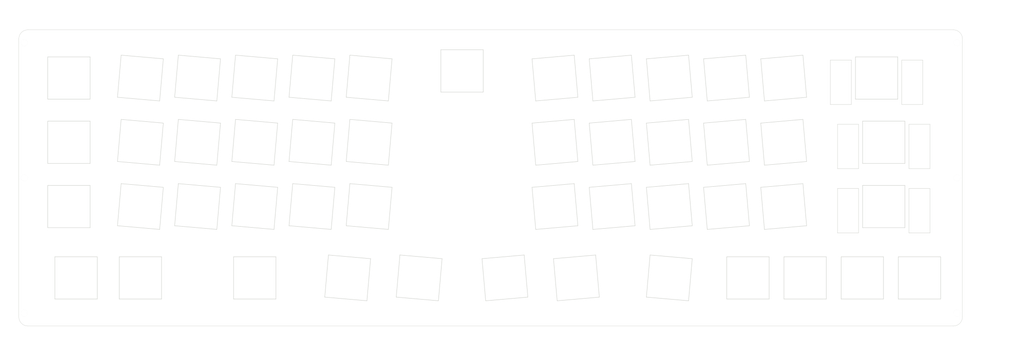
<source format=kicad_pcb>
(kicad_pcb (version 20171130) (host pcbnew "(5.1.12)-1")

  (general
    (thickness 1.6)
    (drawings 49)
    (tracks 0)
    (zones 0)
    (modules 65)
    (nets 1)
  )

  (page A3)
  (layers
    (0 F.Cu signal)
    (31 B.Cu signal)
    (32 B.Adhes user)
    (33 F.Adhes user)
    (34 B.Paste user)
    (35 F.Paste user)
    (36 B.SilkS user)
    (37 F.SilkS user)
    (38 B.Mask user)
    (39 F.Mask user)
    (40 Dwgs.User user)
    (41 Cmts.User user)
    (42 Eco1.User user)
    (43 Eco2.User user)
    (44 Edge.Cuts user)
    (45 Margin user)
    (46 B.CrtYd user)
    (47 F.CrtYd user)
    (48 B.Fab user)
    (49 F.Fab user)
  )

  (setup
    (last_trace_width 0.25)
    (user_trace_width 0.5)
    (user_trace_width 0.5)
    (trace_clearance 0.2)
    (zone_clearance 0.508)
    (zone_45_only no)
    (trace_min 0.2)
    (via_size 0.8)
    (via_drill 0.4)
    (via_min_size 0.4)
    (via_min_drill 0.3)
    (uvia_size 0.3)
    (uvia_drill 0.1)
    (uvias_allowed no)
    (uvia_min_size 0.2)
    (uvia_min_drill 0.1)
    (edge_width 0.1)
    (segment_width 0.2)
    (pcb_text_width 0.3)
    (pcb_text_size 1.5 1.5)
    (mod_edge_width 0.15)
    (mod_text_size 1 1)
    (mod_text_width 0.15)
    (pad_size 2.2 2.2)
    (pad_drill 2.2)
    (pad_to_mask_clearance 0)
    (aux_axis_origin 0 0)
    (visible_elements 7FFFFFFF)
    (pcbplotparams
      (layerselection 0x01000_7ffffffe)
      (usegerberextensions true)
      (usegerberattributes false)
      (usegerberadvancedattributes false)
      (creategerberjobfile false)
      (excludeedgelayer true)
      (linewidth 0.100000)
      (plotframeref false)
      (viasonmask false)
      (mode 1)
      (useauxorigin false)
      (hpglpennumber 1)
      (hpglpenspeed 20)
      (hpglpendiameter 15.000000)
      (psnegative false)
      (psa4output false)
      (plotreference true)
      (plotvalue true)
      (plotinvisibletext false)
      (padsonsilk false)
      (subtractmaskfromsilk false)
      (outputformat 4)
      (mirror false)
      (drillshape 0)
      (scaleselection 1)
      (outputdirectory "C:/Users/サリチル酸/Desktop/"))
  )

  (net 0 "")

  (net_class Default "これはデフォルトのネット クラスです。"
    (clearance 0.2)
    (trace_width 0.25)
    (via_dia 0.8)
    (via_drill 0.4)
    (uvia_dia 0.3)
    (uvia_drill 0.1)
  )

  (module kbd_SW_Hole:SW_Hole_1u (layer F.Cu) (tedit 60F58A59) (tstamp 61E37CD9)
    (at 257.175 100.0125)
    (path /5BF16F8B)
    (fp_text reference SW40 (at 7 8.1) (layer F.SilkS) hide
      (effects (font (size 1 1) (thickness 0.15)))
    )
    (fp_text value SW_PUSH (at -7.4 -8.1) (layer F.Fab) hide
      (effects (font (size 1 1) (thickness 0.15)))
    )
    (fp_line (start -7.05 -7.05) (end 7.05 -7.05) (layer Edge.Cuts) (width 0.15))
    (fp_line (start 7.05 -7.05) (end 7.05 7.05) (layer Edge.Cuts) (width 0.15))
    (fp_line (start 7.05 7.05) (end -7.05 7.05) (layer Edge.Cuts) (width 0.15))
    (fp_line (start -7.05 7.05) (end -7.05 -7.05) (layer Edge.Cuts) (width 0.15))
    (fp_line (start 9.525 -9.525) (end -9.525 -9.525) (layer F.Fab) (width 0.15))
    (fp_line (start -9.525 -9.525) (end -9.525 9.525) (layer F.Fab) (width 0.15))
    (fp_line (start -9.525 9.525) (end 9.525 9.525) (layer F.Fab) (width 0.15))
    (fp_line (start 9.525 9.525) (end 9.525 -9.525) (layer F.Fab) (width 0.15))
  )

  (module kbd_SW_Hole:SW_Hole_1u (layer F.Cu) (tedit 60F58A59) (tstamp 61E37CD9)
    (at 276.225 100.0125)
    (path /5BF16F8B)
    (fp_text reference SW44 (at 7 8.1) (layer F.SilkS) hide
      (effects (font (size 1 1) (thickness 0.15)))
    )
    (fp_text value SW_PUSH (at -7.4 -8.1) (layer F.Fab) hide
      (effects (font (size 1 1) (thickness 0.15)))
    )
    (fp_line (start -7.05 -7.05) (end 7.05 -7.05) (layer Edge.Cuts) (width 0.15))
    (fp_line (start 7.05 -7.05) (end 7.05 7.05) (layer Edge.Cuts) (width 0.15))
    (fp_line (start 7.05 7.05) (end -7.05 7.05) (layer Edge.Cuts) (width 0.15))
    (fp_line (start -7.05 7.05) (end -7.05 -7.05) (layer Edge.Cuts) (width 0.15))
    (fp_line (start 9.525 -9.525) (end -9.525 -9.525) (layer F.Fab) (width 0.15))
    (fp_line (start -9.525 -9.525) (end -9.525 9.525) (layer F.Fab) (width 0.15))
    (fp_line (start -9.525 9.525) (end 9.525 9.525) (layer F.Fab) (width 0.15))
    (fp_line (start 9.525 9.525) (end 9.525 -9.525) (layer F.Fab) (width 0.15))
  )

  (module kbd_SW_Hole:SW_Hole_1u (layer F.Cu) (tedit 60F58A59) (tstamp 61E2E092)
    (at 295.275 100.0125)
    (path /5BF16F8B)
    (fp_text reference SW48 (at 7 8.1) (layer F.SilkS) hide
      (effects (font (size 1 1) (thickness 0.15)))
    )
    (fp_text value SW_PUSH (at -7.4 -8.1) (layer F.Fab) hide
      (effects (font (size 1 1) (thickness 0.15)))
    )
    (fp_line (start -7.05 -7.05) (end 7.05 -7.05) (layer Edge.Cuts) (width 0.15))
    (fp_line (start 7.05 -7.05) (end 7.05 7.05) (layer Edge.Cuts) (width 0.15))
    (fp_line (start 7.05 7.05) (end -7.05 7.05) (layer Edge.Cuts) (width 0.15))
    (fp_line (start -7.05 7.05) (end -7.05 -7.05) (layer Edge.Cuts) (width 0.15))
    (fp_line (start 9.525 -9.525) (end -9.525 -9.525) (layer F.Fab) (width 0.15))
    (fp_line (start -9.525 -9.525) (end -9.525 9.525) (layer F.Fab) (width 0.15))
    (fp_line (start -9.525 9.525) (end 9.525 9.525) (layer F.Fab) (width 0.15))
    (fp_line (start 9.525 9.525) (end 9.525 -9.525) (layer F.Fab) (width 0.15))
  )

  (module kbd_SW_Hole:SW_Hole_1u (layer F.Cu) (tedit 60F58A59) (tstamp 61E2E07B)
    (at 230.98125 100.0125 355)
    (path /5BF16F8B)
    (fp_text reference SW36 (at 7 8.1 175) (layer F.SilkS) hide
      (effects (font (size 1 1) (thickness 0.15)))
    )
    (fp_text value SW_PUSH (at -7.4 -8.1 175) (layer F.Fab) hide
      (effects (font (size 1 1) (thickness 0.15)))
    )
    (fp_line (start 9.525 9.525) (end 9.525 -9.525) (layer F.Fab) (width 0.15))
    (fp_line (start -9.525 9.525) (end 9.525 9.525) (layer F.Fab) (width 0.15))
    (fp_line (start -9.525 -9.525) (end -9.525 9.525) (layer F.Fab) (width 0.15))
    (fp_line (start 9.525 -9.525) (end -9.525 -9.525) (layer F.Fab) (width 0.15))
    (fp_line (start -7.05 7.05) (end -7.05 -7.05) (layer Edge.Cuts) (width 0.15))
    (fp_line (start 7.05 7.05) (end -7.05 7.05) (layer Edge.Cuts) (width 0.15))
    (fp_line (start 7.05 -7.05) (end 7.05 7.05) (layer Edge.Cuts) (width 0.15))
    (fp_line (start -7.05 -7.05) (end 7.05 -7.05) (layer Edge.Cuts) (width 0.15))
  )

  (module kbd_SW_Hole:SW_Hole_1.25u (layer F.Cu) (tedit 60F58AA9) (tstamp 61E2DFDA)
    (at 176.2125 100.0125 275)
    (path /5C3DCEFA)
    (fp_text reference SW28 (at 7 8.1 95) (layer F.SilkS) hide
      (effects (font (size 1 1) (thickness 0.15)))
    )
    (fp_text value SW_PUSH (at -7.4 -8.1 95) (layer F.Fab) hide
      (effects (font (size 1 1) (thickness 0.15)))
    )
    (fp_line (start 11.90625 9.525) (end 11.90625 -9.525) (layer F.Fab) (width 0.15))
    (fp_line (start -11.90625 9.525) (end 11.90625 9.525) (layer F.Fab) (width 0.15))
    (fp_line (start -11.90625 -9.525) (end -11.90625 9.525) (layer F.Fab) (width 0.15))
    (fp_line (start 11.90625 -9.525) (end -11.90625 -9.525) (layer F.Fab) (width 0.15))
    (fp_line (start -7.05 7.05) (end -7.05 -7.05) (layer Edge.Cuts) (width 0.15))
    (fp_line (start 7.05 7.05) (end -7.05 7.05) (layer Edge.Cuts) (width 0.15))
    (fp_line (start 7.05 -7.05) (end 7.05 7.05) (layer Edge.Cuts) (width 0.15))
    (fp_line (start -7.05 -7.05) (end 7.05 -7.05) (layer Edge.Cuts) (width 0.15))
  )

  (module kbd_SW_Hole:SW_Hole_1.25u (layer F.Cu) (tedit 60F58AA9) (tstamp 60A29976)
    (at 147.6375 100.0125 85)
    (path /5C3DCEFA)
    (fp_text reference SW23 (at 7 8.1 85) (layer F.SilkS) hide
      (effects (font (size 1 1) (thickness 0.15)))
    )
    (fp_text value SW_PUSH (at -7.4 -8.1 85) (layer F.Fab) hide
      (effects (font (size 1 1) (thickness 0.15)))
    )
    (fp_line (start -7.05 -7.05) (end 7.05 -7.05) (layer Edge.Cuts) (width 0.15))
    (fp_line (start 7.05 -7.05) (end 7.05 7.05) (layer Edge.Cuts) (width 0.15))
    (fp_line (start 7.05 7.05) (end -7.05 7.05) (layer Edge.Cuts) (width 0.15))
    (fp_line (start -7.05 7.05) (end -7.05 -7.05) (layer Edge.Cuts) (width 0.15))
    (fp_line (start 11.90625 -9.525) (end -11.90625 -9.525) (layer F.Fab) (width 0.15))
    (fp_line (start -11.90625 -9.525) (end -11.90625 9.525) (layer F.Fab) (width 0.15))
    (fp_line (start -11.90625 9.525) (end 11.90625 9.525) (layer F.Fab) (width 0.15))
    (fp_line (start 11.90625 9.525) (end 11.90625 -9.525) (layer F.Fab) (width 0.15))
  )

  (module kbd_SW_Hole:SW_Hole_1.25u (layer F.Cu) (tedit 60F58AA9) (tstamp 61E2DE04)
    (at 200.025 100.0125 5)
    (path /5CAAE83E)
    (fp_text reference SW32 (at 7 8.1 5) (layer F.SilkS) hide
      (effects (font (size 1 1) (thickness 0.15)))
    )
    (fp_text value SW_PUSH (at -7.4 -8.1 5) (layer F.Fab) hide
      (effects (font (size 1 1) (thickness 0.15)))
    )
    (fp_line (start -7.05 -7.05) (end 7.05 -7.05) (layer Edge.Cuts) (width 0.15))
    (fp_line (start 7.05 -7.05) (end 7.05 7.05) (layer Edge.Cuts) (width 0.15))
    (fp_line (start 7.05 7.05) (end -7.05 7.05) (layer Edge.Cuts) (width 0.15))
    (fp_line (start -7.05 7.05) (end -7.05 -7.05) (layer Edge.Cuts) (width 0.15))
    (fp_line (start 11.90625 -9.525) (end -11.90625 -9.525) (layer F.Fab) (width 0.15))
    (fp_line (start -11.90625 -9.525) (end -11.90625 9.525) (layer F.Fab) (width 0.15))
    (fp_line (start -11.90625 9.525) (end 11.90625 9.525) (layer F.Fab) (width 0.15))
    (fp_line (start 11.90625 9.525) (end 11.90625 -9.525) (layer F.Fab) (width 0.15))
  )

  (module kbd_SW_Hole:SW_Hole_1u (layer F.Cu) (tedit 60F58A59) (tstamp 61E2DDB5)
    (at 161.925 30.95625)
    (path /5BF16F8B)
    (fp_text reference SW24 (at 7 8.1) (layer F.SilkS) hide
      (effects (font (size 1 1) (thickness 0.15)))
    )
    (fp_text value SW_PUSH (at -7.4 -8.1) (layer F.Fab) hide
      (effects (font (size 1 1) (thickness 0.15)))
    )
    (fp_line (start 9.525 9.525) (end 9.525 -9.525) (layer F.Fab) (width 0.15))
    (fp_line (start -9.525 9.525) (end 9.525 9.525) (layer F.Fab) (width 0.15))
    (fp_line (start -9.525 -9.525) (end -9.525 9.525) (layer F.Fab) (width 0.15))
    (fp_line (start 9.525 -9.525) (end -9.525 -9.525) (layer F.Fab) (width 0.15))
    (fp_line (start -7.05 7.05) (end -7.05 -7.05) (layer Edge.Cuts) (width 0.15))
    (fp_line (start 7.05 7.05) (end -7.05 7.05) (layer Edge.Cuts) (width 0.15))
    (fp_line (start 7.05 -7.05) (end 7.05 7.05) (layer Edge.Cuts) (width 0.15))
    (fp_line (start -7.05 -7.05) (end 7.05 -7.05) (layer Edge.Cuts) (width 0.15))
  )

  (module kbd_SW_Hole:SW_Hole_1u (layer F.Cu) (tedit 60F58A59) (tstamp 61E2DCAE)
    (at 250.03125 76.2 5)
    (path /5C3DCE96)
    (fp_text reference SW39 (at 7 8.1 5) (layer F.SilkS) hide
      (effects (font (size 1 1) (thickness 0.15)))
    )
    (fp_text value SW_PUSH (at -7.4 -8.1 5) (layer F.Fab) hide
      (effects (font (size 1 1) (thickness 0.15)))
    )
    (fp_line (start 9.525 9.525) (end 9.525 -9.525) (layer F.Fab) (width 0.15))
    (fp_line (start -9.525 9.525) (end 9.525 9.525) (layer F.Fab) (width 0.15))
    (fp_line (start -9.525 -9.525) (end -9.525 9.525) (layer F.Fab) (width 0.15))
    (fp_line (start 9.525 -9.525) (end -9.525 -9.525) (layer F.Fab) (width 0.15))
    (fp_line (start -7.05 7.05) (end -7.05 -7.05) (layer Edge.Cuts) (width 0.15))
    (fp_line (start 7.05 7.05) (end -7.05 7.05) (layer Edge.Cuts) (width 0.15))
    (fp_line (start 7.05 -7.05) (end 7.05 7.05) (layer Edge.Cuts) (width 0.15))
    (fp_line (start -7.05 -7.05) (end 7.05 -7.05) (layer Edge.Cuts) (width 0.15))
  )

  (module kbd_SW_Hole:SW_Hole_1u (layer F.Cu) (tedit 60F58A59) (tstamp 61E2DCA3)
    (at 230.98125 76.2 5)
    (path /5C3DCE96)
    (fp_text reference SW35 (at 7 8.1 5) (layer F.SilkS) hide
      (effects (font (size 1 1) (thickness 0.15)))
    )
    (fp_text value SW_PUSH (at -7.4 -8.1 5) (layer F.Fab) hide
      (effects (font (size 1 1) (thickness 0.15)))
    )
    (fp_line (start 9.525 9.525) (end 9.525 -9.525) (layer F.Fab) (width 0.15))
    (fp_line (start -9.525 9.525) (end 9.525 9.525) (layer F.Fab) (width 0.15))
    (fp_line (start -9.525 -9.525) (end -9.525 9.525) (layer F.Fab) (width 0.15))
    (fp_line (start 9.525 -9.525) (end -9.525 -9.525) (layer F.Fab) (width 0.15))
    (fp_line (start -7.05 7.05) (end -7.05 -7.05) (layer Edge.Cuts) (width 0.15))
    (fp_line (start 7.05 7.05) (end -7.05 7.05) (layer Edge.Cuts) (width 0.15))
    (fp_line (start 7.05 -7.05) (end 7.05 7.05) (layer Edge.Cuts) (width 0.15))
    (fp_line (start -7.05 -7.05) (end 7.05 -7.05) (layer Edge.Cuts) (width 0.15))
  )

  (module kbd_SW_Hole:SW_Hole_1u (layer F.Cu) (tedit 60F58A59) (tstamp 61E2DC98)
    (at 211.93125 76.2 5)
    (path /5C3DCE96)
    (fp_text reference SW31 (at 7 8.1 5) (layer F.SilkS) hide
      (effects (font (size 1 1) (thickness 0.15)))
    )
    (fp_text value SW_PUSH (at -7.4 -8.1 5) (layer F.Fab) hide
      (effects (font (size 1 1) (thickness 0.15)))
    )
    (fp_line (start 9.525 9.525) (end 9.525 -9.525) (layer F.Fab) (width 0.15))
    (fp_line (start -9.525 9.525) (end 9.525 9.525) (layer F.Fab) (width 0.15))
    (fp_line (start -9.525 -9.525) (end -9.525 9.525) (layer F.Fab) (width 0.15))
    (fp_line (start 9.525 -9.525) (end -9.525 -9.525) (layer F.Fab) (width 0.15))
    (fp_line (start -7.05 7.05) (end -7.05 -7.05) (layer Edge.Cuts) (width 0.15))
    (fp_line (start 7.05 7.05) (end -7.05 7.05) (layer Edge.Cuts) (width 0.15))
    (fp_line (start 7.05 -7.05) (end 7.05 7.05) (layer Edge.Cuts) (width 0.15))
    (fp_line (start -7.05 -7.05) (end 7.05 -7.05) (layer Edge.Cuts) (width 0.15))
  )

  (module kbd_SW_Hole:SW_Hole_1u (layer F.Cu) (tedit 60F58A59) (tstamp 61E2DC8D)
    (at 269.08125 76.2 5)
    (path /5C3DCE96)
    (fp_text reference SW43 (at 7 8.1 5) (layer F.SilkS) hide
      (effects (font (size 1 1) (thickness 0.15)))
    )
    (fp_text value SW_PUSH (at -7.4 -8.1 5) (layer F.Fab) hide
      (effects (font (size 1 1) (thickness 0.15)))
    )
    (fp_line (start 9.525 9.525) (end 9.525 -9.525) (layer F.Fab) (width 0.15))
    (fp_line (start -9.525 9.525) (end 9.525 9.525) (layer F.Fab) (width 0.15))
    (fp_line (start -9.525 -9.525) (end -9.525 9.525) (layer F.Fab) (width 0.15))
    (fp_line (start 9.525 -9.525) (end -9.525 -9.525) (layer F.Fab) (width 0.15))
    (fp_line (start -7.05 7.05) (end -7.05 -7.05) (layer Edge.Cuts) (width 0.15))
    (fp_line (start 7.05 7.05) (end -7.05 7.05) (layer Edge.Cuts) (width 0.15))
    (fp_line (start 7.05 -7.05) (end 7.05 7.05) (layer Edge.Cuts) (width 0.15))
    (fp_line (start -7.05 -7.05) (end 7.05 -7.05) (layer Edge.Cuts) (width 0.15))
  )

  (module kbd_SW_Hole:SW_Hole_1u (layer F.Cu) (tedit 60F58A59) (tstamp 61E2DC82)
    (at 192.88125 76.2 5)
    (path /5C3DCE96)
    (fp_text reference SW27 (at 7 8.1 5) (layer F.SilkS) hide
      (effects (font (size 1 1) (thickness 0.15)))
    )
    (fp_text value SW_PUSH (at -7.4 -8.1 5) (layer F.Fab) hide
      (effects (font (size 1 1) (thickness 0.15)))
    )
    (fp_line (start 9.525 9.525) (end 9.525 -9.525) (layer F.Fab) (width 0.15))
    (fp_line (start -9.525 9.525) (end 9.525 9.525) (layer F.Fab) (width 0.15))
    (fp_line (start -9.525 -9.525) (end -9.525 9.525) (layer F.Fab) (width 0.15))
    (fp_line (start 9.525 -9.525) (end -9.525 -9.525) (layer F.Fab) (width 0.15))
    (fp_line (start -7.05 7.05) (end -7.05 -7.05) (layer Edge.Cuts) (width 0.15))
    (fp_line (start 7.05 7.05) (end -7.05 7.05) (layer Edge.Cuts) (width 0.15))
    (fp_line (start 7.05 -7.05) (end 7.05 7.05) (layer Edge.Cuts) (width 0.15))
    (fp_line (start -7.05 -7.05) (end 7.05 -7.05) (layer Edge.Cuts) (width 0.15))
  )

  (module kbd_SW_Hole:SW_Hole_1u (layer F.Cu) (tedit 60F58A59) (tstamp 61E2DC38)
    (at 211.93125 54.76875 5)
    (path /5C3DCE96)
    (fp_text reference SW30 (at 7 8.1 5) (layer F.SilkS) hide
      (effects (font (size 1 1) (thickness 0.15)))
    )
    (fp_text value SW_PUSH (at -7.4 -8.1 5) (layer F.Fab) hide
      (effects (font (size 1 1) (thickness 0.15)))
    )
    (fp_line (start -7.05 -7.05) (end 7.05 -7.05) (layer Edge.Cuts) (width 0.15))
    (fp_line (start 7.05 -7.05) (end 7.05 7.05) (layer Edge.Cuts) (width 0.15))
    (fp_line (start 7.05 7.05) (end -7.05 7.05) (layer Edge.Cuts) (width 0.15))
    (fp_line (start -7.05 7.05) (end -7.05 -7.05) (layer Edge.Cuts) (width 0.15))
    (fp_line (start 9.525 -9.525) (end -9.525 -9.525) (layer F.Fab) (width 0.15))
    (fp_line (start -9.525 -9.525) (end -9.525 9.525) (layer F.Fab) (width 0.15))
    (fp_line (start -9.525 9.525) (end 9.525 9.525) (layer F.Fab) (width 0.15))
    (fp_line (start 9.525 9.525) (end 9.525 -9.525) (layer F.Fab) (width 0.15))
  )

  (module kbd_SW_Hole:SW_Hole_1u (layer F.Cu) (tedit 60F58A59) (tstamp 61E2DC2D)
    (at 269.08125 54.76875 5)
    (path /5C3DCE96)
    (fp_text reference SW42 (at 7 8.1 5) (layer F.SilkS) hide
      (effects (font (size 1 1) (thickness 0.15)))
    )
    (fp_text value SW_PUSH (at -7.607539 -5.727812 5) (layer F.Fab) hide
      (effects (font (size 1 1) (thickness 0.15)))
    )
    (fp_line (start -7.05 -7.05) (end 7.05 -7.05) (layer Edge.Cuts) (width 0.15))
    (fp_line (start 7.05 -7.05) (end 7.05 7.05) (layer Edge.Cuts) (width 0.15))
    (fp_line (start 7.05 7.05) (end -7.05 7.05) (layer Edge.Cuts) (width 0.15))
    (fp_line (start -7.05 7.05) (end -7.05 -7.05) (layer Edge.Cuts) (width 0.15))
    (fp_line (start 9.525 -9.525) (end -9.525 -9.525) (layer F.Fab) (width 0.15))
    (fp_line (start -9.525 -9.525) (end -9.525 9.525) (layer F.Fab) (width 0.15))
    (fp_line (start -9.525 9.525) (end 9.525 9.525) (layer F.Fab) (width 0.15))
    (fp_line (start 9.525 9.525) (end 9.525 -9.525) (layer F.Fab) (width 0.15))
  )

  (module kbd_SW_Hole:SW_Hole_1u (layer F.Cu) (tedit 60F58A59) (tstamp 61E2DC22)
    (at 230.98125 54.76875 5)
    (path /5C3DCE96)
    (fp_text reference SW34 (at 7 8.1 5) (layer F.SilkS) hide
      (effects (font (size 1 1) (thickness 0.15)))
    )
    (fp_text value SW_PUSH (at -7.4 -8.1 5) (layer F.Fab) hide
      (effects (font (size 1 1) (thickness 0.15)))
    )
    (fp_line (start -7.05 -7.05) (end 7.05 -7.05) (layer Edge.Cuts) (width 0.15))
    (fp_line (start 7.05 -7.05) (end 7.05 7.05) (layer Edge.Cuts) (width 0.15))
    (fp_line (start 7.05 7.05) (end -7.05 7.05) (layer Edge.Cuts) (width 0.15))
    (fp_line (start -7.05 7.05) (end -7.05 -7.05) (layer Edge.Cuts) (width 0.15))
    (fp_line (start 9.525 -9.525) (end -9.525 -9.525) (layer F.Fab) (width 0.15))
    (fp_line (start -9.525 -9.525) (end -9.525 9.525) (layer F.Fab) (width 0.15))
    (fp_line (start -9.525 9.525) (end 9.525 9.525) (layer F.Fab) (width 0.15))
    (fp_line (start 9.525 9.525) (end 9.525 -9.525) (layer F.Fab) (width 0.15))
  )

  (module kbd_SW_Hole:SW_Hole_1u (layer F.Cu) (tedit 60F58A59) (tstamp 61E2DC17)
    (at 192.88125 54.76875 5)
    (path /5C3DCE96)
    (fp_text reference SW26 (at 7 8.1 5) (layer F.SilkS) hide
      (effects (font (size 1 1) (thickness 0.15)))
    )
    (fp_text value SW_PUSH (at -7.4 -8.1 5) (layer F.Fab) hide
      (effects (font (size 1 1) (thickness 0.15)))
    )
    (fp_line (start -7.05 -7.05) (end 7.05 -7.05) (layer Edge.Cuts) (width 0.15))
    (fp_line (start 7.05 -7.05) (end 7.05 7.05) (layer Edge.Cuts) (width 0.15))
    (fp_line (start 7.05 7.05) (end -7.05 7.05) (layer Edge.Cuts) (width 0.15))
    (fp_line (start -7.05 7.05) (end -7.05 -7.05) (layer Edge.Cuts) (width 0.15))
    (fp_line (start 9.525 -9.525) (end -9.525 -9.525) (layer F.Fab) (width 0.15))
    (fp_line (start -9.525 -9.525) (end -9.525 9.525) (layer F.Fab) (width 0.15))
    (fp_line (start -9.525 9.525) (end 9.525 9.525) (layer F.Fab) (width 0.15))
    (fp_line (start 9.525 9.525) (end 9.525 -9.525) (layer F.Fab) (width 0.15))
  )

  (module kbd_SW_Hole:SW_Hole_1u (layer F.Cu) (tedit 60F58A59) (tstamp 61E2DC0C)
    (at 250.03125 54.76875 5)
    (path /5C3DCE96)
    (fp_text reference SW38 (at 7 8.1 5) (layer F.SilkS) hide
      (effects (font (size 1 1) (thickness 0.15)))
    )
    (fp_text value SW_PUSH (at -7.4 -8.1 5) (layer F.Fab) hide
      (effects (font (size 1 1) (thickness 0.15)))
    )
    (fp_line (start -7.05 -7.05) (end 7.05 -7.05) (layer Edge.Cuts) (width 0.15))
    (fp_line (start 7.05 -7.05) (end 7.05 7.05) (layer Edge.Cuts) (width 0.15))
    (fp_line (start 7.05 7.05) (end -7.05 7.05) (layer Edge.Cuts) (width 0.15))
    (fp_line (start -7.05 7.05) (end -7.05 -7.05) (layer Edge.Cuts) (width 0.15))
    (fp_line (start 9.525 -9.525) (end -9.525 -9.525) (layer F.Fab) (width 0.15))
    (fp_line (start -9.525 -9.525) (end -9.525 9.525) (layer F.Fab) (width 0.15))
    (fp_line (start -9.525 9.525) (end 9.525 9.525) (layer F.Fab) (width 0.15))
    (fp_line (start 9.525 9.525) (end 9.525 -9.525) (layer F.Fab) (width 0.15))
  )

  (module kbd_SW_Hole:SW_Hole_1u (layer F.Cu) (tedit 60F58A59) (tstamp 61E2DBD0)
    (at 314.325 100.0125)
    (path /5BF16F8B)
    (fp_text reference SW49 (at 7 8.1) (layer F.SilkS) hide
      (effects (font (size 1 1) (thickness 0.15)))
    )
    (fp_text value SW_PUSH (at -7.4 -8.1) (layer F.Fab) hide
      (effects (font (size 1 1) (thickness 0.15)))
    )
    (fp_line (start -7.05 -7.05) (end 7.05 -7.05) (layer Edge.Cuts) (width 0.15))
    (fp_line (start 7.05 -7.05) (end 7.05 7.05) (layer Edge.Cuts) (width 0.15))
    (fp_line (start 7.05 7.05) (end -7.05 7.05) (layer Edge.Cuts) (width 0.15))
    (fp_line (start -7.05 7.05) (end -7.05 -7.05) (layer Edge.Cuts) (width 0.15))
    (fp_line (start 9.525 -9.525) (end -9.525 -9.525) (layer F.Fab) (width 0.15))
    (fp_line (start -9.525 -9.525) (end -9.525 9.525) (layer F.Fab) (width 0.15))
    (fp_line (start -9.525 9.525) (end 9.525 9.525) (layer F.Fab) (width 0.15))
    (fp_line (start 9.525 9.525) (end 9.525 -9.525) (layer F.Fab) (width 0.15))
  )

  (module kbd_SW_Hole:SW_Hole_2.25u (layer F.Cu) (tedit 60F58B15) (tstamp 61E2DB65)
    (at 302.41875 76.2)
    (path /5C3DCEFA)
    (fp_text reference SW47 (at 7 8.1) (layer F.SilkS) hide
      (effects (font (size 1 1) (thickness 0.15)))
    )
    (fp_text value SW_PUSH (at -7.4 -8.1) (layer F.Fab) hide
      (effects (font (size 1 1) (thickness 0.15)))
    )
    (fp_line (start 21.43125 9.525) (end 21.43125 -9.525) (layer F.Fab) (width 0.15))
    (fp_line (start -21.43125 9.525) (end 21.43125 9.525) (layer F.Fab) (width 0.15))
    (fp_line (start -21.43125 -9.525) (end -21.43125 9.525) (layer F.Fab) (width 0.15))
    (fp_line (start 21.43125 -9.525) (end -21.43125 -9.525) (layer F.Fab) (width 0.15))
    (fp_line (start -7.05 7.05) (end -7.05 -7.05) (layer Edge.Cuts) (width 0.15))
    (fp_line (start 7.05 7.05) (end -7.05 7.05) (layer Edge.Cuts) (width 0.15))
    (fp_line (start 7.05 -7.05) (end 7.05 7.05) (layer Edge.Cuts) (width 0.15))
    (fp_line (start -7.05 -7.05) (end 7.05 -7.05) (layer Edge.Cuts) (width 0.15))
    (fp_line (start 8.4 -6) (end 8.4 8.8) (layer Edge.Cuts) (width 0.12))
    (fp_line (start 8.4 8.8) (end 15.4 8.8) (layer Edge.Cuts) (width 0.12))
    (fp_line (start 15.4 8.8) (end 15.4 -6) (layer Edge.Cuts) (width 0.12))
    (fp_line (start 15.4 -6) (end 8.4 -6) (layer Edge.Cuts) (width 0.12))
    (fp_line (start -8.4 -6) (end -8.4 8.8) (layer Edge.Cuts) (width 0.12))
    (fp_line (start -8.4 8.8) (end -15.4 8.8) (layer Edge.Cuts) (width 0.12))
    (fp_line (start -15.4 8.8) (end -15.4 -6) (layer Edge.Cuts) (width 0.12))
    (fp_line (start -15.4 -6) (end -8.4 -6) (layer Edge.Cuts) (width 0.12))
  )

  (module kbd_SW_Hole:SW_Hole_2.25u (layer F.Cu) (tedit 60F58B15) (tstamp 60A29835)
    (at 302.41875 54.76875)
    (path /5C3DCEFA)
    (fp_text reference SW46 (at 7 8.1) (layer F.SilkS) hide
      (effects (font (size 1 1) (thickness 0.15)))
    )
    (fp_text value SW_PUSH (at -7.4 -8.1) (layer F.Fab) hide
      (effects (font (size 1 1) (thickness 0.15)))
    )
    (fp_line (start -15.4 -6) (end -8.4 -6) (layer Edge.Cuts) (width 0.12))
    (fp_line (start -15.4 8.8) (end -15.4 -6) (layer Edge.Cuts) (width 0.12))
    (fp_line (start -8.4 8.8) (end -15.4 8.8) (layer Edge.Cuts) (width 0.12))
    (fp_line (start -8.4 -6) (end -8.4 8.8) (layer Edge.Cuts) (width 0.12))
    (fp_line (start 15.4 -6) (end 8.4 -6) (layer Edge.Cuts) (width 0.12))
    (fp_line (start 15.4 8.8) (end 15.4 -6) (layer Edge.Cuts) (width 0.12))
    (fp_line (start 8.4 8.8) (end 15.4 8.8) (layer Edge.Cuts) (width 0.12))
    (fp_line (start 8.4 -6) (end 8.4 8.8) (layer Edge.Cuts) (width 0.12))
    (fp_line (start -7.05 -7.05) (end 7.05 -7.05) (layer Edge.Cuts) (width 0.15))
    (fp_line (start 7.05 -7.05) (end 7.05 7.05) (layer Edge.Cuts) (width 0.15))
    (fp_line (start 7.05 7.05) (end -7.05 7.05) (layer Edge.Cuts) (width 0.15))
    (fp_line (start -7.05 7.05) (end -7.05 -7.05) (layer Edge.Cuts) (width 0.15))
    (fp_line (start 21.43125 -9.525) (end -21.43125 -9.525) (layer F.Fab) (width 0.15))
    (fp_line (start -21.43125 -9.525) (end -21.43125 9.525) (layer F.Fab) (width 0.15))
    (fp_line (start -21.43125 9.525) (end 21.43125 9.525) (layer F.Fab) (width 0.15))
    (fp_line (start 21.43125 9.525) (end 21.43125 -9.525) (layer F.Fab) (width 0.15))
  )

  (module kbd_SW_Hole:SW_Hole_2u (layer F.Cu) (tedit 60F58AF2) (tstamp 60A2982A)
    (at 300.0375 33.3375)
    (path /5C3DCE96)
    (fp_text reference SW45 (at 7 8.1) (layer F.SilkS) hide
      (effects (font (size 1 1) (thickness 0.15)))
    )
    (fp_text value SW_PUSH (at -7.4 -8.1) (layer F.Fab) hide
      (effects (font (size 1 1) (thickness 0.15)))
    )
    (fp_line (start -15.4 -6) (end -8.4 -6) (layer Edge.Cuts) (width 0.12))
    (fp_line (start -15.4 8.8) (end -15.4 -6) (layer Edge.Cuts) (width 0.12))
    (fp_line (start -8.4 8.8) (end -15.4 8.8) (layer Edge.Cuts) (width 0.12))
    (fp_line (start -8.4 -6) (end -8.4 8.8) (layer Edge.Cuts) (width 0.12))
    (fp_line (start 15.4 -6) (end 8.4 -6) (layer Edge.Cuts) (width 0.12))
    (fp_line (start 15.4 8.8) (end 15.4 -6) (layer Edge.Cuts) (width 0.12))
    (fp_line (start 8.4 8.8) (end 15.4 8.8) (layer Edge.Cuts) (width 0.12))
    (fp_line (start 8.4 -6) (end 8.4 8.8) (layer Edge.Cuts) (width 0.12))
    (fp_line (start -7.05 -7.05) (end 7.05 -7.05) (layer Edge.Cuts) (width 0.15))
    (fp_line (start 7.05 -7.05) (end 7.05 7.05) (layer Edge.Cuts) (width 0.15))
    (fp_line (start 7.05 7.05) (end -7.05 7.05) (layer Edge.Cuts) (width 0.15))
    (fp_line (start -7.05 7.05) (end -7.05 -7.05) (layer Edge.Cuts) (width 0.15))
    (fp_line (start 19.05 -9.525) (end -19.05 -9.525) (layer F.Fab) (width 0.15))
    (fp_line (start -19.05 -9.525) (end -19.05 9.525) (layer F.Fab) (width 0.15))
    (fp_line (start -19.05 9.525) (end 19.05 9.525) (layer F.Fab) (width 0.15))
    (fp_line (start 19.05 9.525) (end 19.05 -9.525) (layer F.Fab) (width 0.15))
  )

  (module kbd_SW_Hole:SW_Hole_1u (layer F.Cu) (tedit 60F58A59) (tstamp 61E2D7EF)
    (at 92.86875 100.0125)
    (path /5BF16F8B)
    (fp_text reference SW15 (at 7 8.1) (layer F.SilkS) hide
      (effects (font (size 1 1) (thickness 0.15)))
    )
    (fp_text value SW_PUSH (at -7.4 -8.1) (layer F.Fab) hide
      (effects (font (size 1 1) (thickness 0.15)))
    )
    (fp_line (start -7.05 -7.05) (end 7.05 -7.05) (layer Edge.Cuts) (width 0.15))
    (fp_line (start 7.05 -7.05) (end 7.05 7.05) (layer Edge.Cuts) (width 0.15))
    (fp_line (start 7.05 7.05) (end -7.05 7.05) (layer Edge.Cuts) (width 0.15))
    (fp_line (start -7.05 7.05) (end -7.05 -7.05) (layer Edge.Cuts) (width 0.15))
    (fp_line (start 9.525 -9.525) (end -9.525 -9.525) (layer F.Fab) (width 0.15))
    (fp_line (start -9.525 -9.525) (end -9.525 9.525) (layer F.Fab) (width 0.15))
    (fp_line (start -9.525 9.525) (end 9.525 9.525) (layer F.Fab) (width 0.15))
    (fp_line (start 9.525 9.525) (end 9.525 -9.525) (layer F.Fab) (width 0.15))
  )

  (module kbd_SW_Hole:SW_Hole_1u (layer F.Cu) (tedit 60F58A59) (tstamp 61E2CEFF)
    (at 54.76875 76.2 355)
    (path /5C3DCE96)
    (fp_text reference SW7 (at 7 8.1 175) (layer F.SilkS) hide
      (effects (font (size 1 1) (thickness 0.15)))
    )
    (fp_text value SW_PUSH (at -7.4 -8.1 175) (layer F.Fab) hide
      (effects (font (size 1 1) (thickness 0.15)))
    )
    (fp_line (start 9.525 9.525) (end 9.525 -9.525) (layer F.Fab) (width 0.15))
    (fp_line (start -9.525 9.525) (end 9.525 9.525) (layer F.Fab) (width 0.15))
    (fp_line (start -9.525 -9.525) (end -9.525 9.525) (layer F.Fab) (width 0.15))
    (fp_line (start 9.525 -9.525) (end -9.525 -9.525) (layer F.Fab) (width 0.15))
    (fp_line (start -7.05 7.05) (end -7.05 -7.05) (layer Edge.Cuts) (width 0.15))
    (fp_line (start 7.05 7.05) (end -7.05 7.05) (layer Edge.Cuts) (width 0.15))
    (fp_line (start 7.05 -7.05) (end 7.05 7.05) (layer Edge.Cuts) (width 0.15))
    (fp_line (start -7.05 -7.05) (end 7.05 -7.05) (layer Edge.Cuts) (width 0.15))
  )

  (module kbd_SW_Hole:SW_Hole_1u (layer F.Cu) (tedit 60F58A59) (tstamp 61E2CEF4)
    (at 73.81875 76.2 355)
    (path /5C3DCE96)
    (fp_text reference SW11 (at 7 8.1 175) (layer F.SilkS) hide
      (effects (font (size 1 1) (thickness 0.15)))
    )
    (fp_text value SW_PUSH (at -7.4 -8.1 175) (layer F.Fab) hide
      (effects (font (size 1 1) (thickness 0.15)))
    )
    (fp_line (start 9.525 9.525) (end 9.525 -9.525) (layer F.Fab) (width 0.15))
    (fp_line (start -9.525 9.525) (end 9.525 9.525) (layer F.Fab) (width 0.15))
    (fp_line (start -9.525 -9.525) (end -9.525 9.525) (layer F.Fab) (width 0.15))
    (fp_line (start 9.525 -9.525) (end -9.525 -9.525) (layer F.Fab) (width 0.15))
    (fp_line (start -7.05 7.05) (end -7.05 -7.05) (layer Edge.Cuts) (width 0.15))
    (fp_line (start 7.05 7.05) (end -7.05 7.05) (layer Edge.Cuts) (width 0.15))
    (fp_line (start 7.05 -7.05) (end 7.05 7.05) (layer Edge.Cuts) (width 0.15))
    (fp_line (start -7.05 -7.05) (end 7.05 -7.05) (layer Edge.Cuts) (width 0.15))
  )

  (module kbd_SW_Hole:SW_Hole_1u (layer F.Cu) (tedit 60F58A59) (tstamp 61E2CEE9)
    (at 92.86875 76.2 355)
    (path /5C3DCE96)
    (fp_text reference SW14 (at 7 8.1 175) (layer F.SilkS) hide
      (effects (font (size 1 1) (thickness 0.15)))
    )
    (fp_text value SW_PUSH (at -7.4 -8.1 175) (layer F.Fab) hide
      (effects (font (size 1 1) (thickness 0.15)))
    )
    (fp_line (start 9.525 9.525) (end 9.525 -9.525) (layer F.Fab) (width 0.15))
    (fp_line (start -9.525 9.525) (end 9.525 9.525) (layer F.Fab) (width 0.15))
    (fp_line (start -9.525 -9.525) (end -9.525 9.525) (layer F.Fab) (width 0.15))
    (fp_line (start 9.525 -9.525) (end -9.525 -9.525) (layer F.Fab) (width 0.15))
    (fp_line (start -7.05 7.05) (end -7.05 -7.05) (layer Edge.Cuts) (width 0.15))
    (fp_line (start 7.05 7.05) (end -7.05 7.05) (layer Edge.Cuts) (width 0.15))
    (fp_line (start 7.05 -7.05) (end 7.05 7.05) (layer Edge.Cuts) (width 0.15))
    (fp_line (start -7.05 -7.05) (end 7.05 -7.05) (layer Edge.Cuts) (width 0.15))
  )

  (module kbd_SW_Hole:SW_Hole_1u (layer F.Cu) (tedit 60F58A59) (tstamp 61E2CEDE)
    (at 111.91875 76.2 355)
    (path /5C3DCE96)
    (fp_text reference SW18 (at 7 8.1 175) (layer F.SilkS) hide
      (effects (font (size 1 1) (thickness 0.15)))
    )
    (fp_text value SW_PUSH (at -7.4 -8.1 175) (layer F.Fab) hide
      (effects (font (size 1 1) (thickness 0.15)))
    )
    (fp_line (start 9.525 9.525) (end 9.525 -9.525) (layer F.Fab) (width 0.15))
    (fp_line (start -9.525 9.525) (end 9.525 9.525) (layer F.Fab) (width 0.15))
    (fp_line (start -9.525 -9.525) (end -9.525 9.525) (layer F.Fab) (width 0.15))
    (fp_line (start 9.525 -9.525) (end -9.525 -9.525) (layer F.Fab) (width 0.15))
    (fp_line (start -7.05 7.05) (end -7.05 -7.05) (layer Edge.Cuts) (width 0.15))
    (fp_line (start 7.05 7.05) (end -7.05 7.05) (layer Edge.Cuts) (width 0.15))
    (fp_line (start 7.05 -7.05) (end 7.05 7.05) (layer Edge.Cuts) (width 0.15))
    (fp_line (start -7.05 -7.05) (end 7.05 -7.05) (layer Edge.Cuts) (width 0.15))
  )

  (module kbd_SW_Hole:SW_Hole_1u (layer F.Cu) (tedit 60F58A59) (tstamp 61E2CED3)
    (at 130.96875 76.2 355)
    (path /5C3DCE96)
    (fp_text reference SW22 (at 7 8.1 175) (layer F.SilkS) hide
      (effects (font (size 1 1) (thickness 0.15)))
    )
    (fp_text value SW_PUSH (at -7.4 -8.1 175) (layer F.Fab) hide
      (effects (font (size 1 1) (thickness 0.15)))
    )
    (fp_line (start 9.525 9.525) (end 9.525 -9.525) (layer F.Fab) (width 0.15))
    (fp_line (start -9.525 9.525) (end 9.525 9.525) (layer F.Fab) (width 0.15))
    (fp_line (start -9.525 -9.525) (end -9.525 9.525) (layer F.Fab) (width 0.15))
    (fp_line (start 9.525 -9.525) (end -9.525 -9.525) (layer F.Fab) (width 0.15))
    (fp_line (start -7.05 7.05) (end -7.05 -7.05) (layer Edge.Cuts) (width 0.15))
    (fp_line (start 7.05 7.05) (end -7.05 7.05) (layer Edge.Cuts) (width 0.15))
    (fp_line (start 7.05 -7.05) (end 7.05 7.05) (layer Edge.Cuts) (width 0.15))
    (fp_line (start -7.05 -7.05) (end 7.05 -7.05) (layer Edge.Cuts) (width 0.15))
  )

  (module kbd_SW_Hole:SW_Hole_1u (layer F.Cu) (tedit 60F58A59) (tstamp 61E2CEFF)
    (at 54.76875 54.76875 355)
    (path /5C3DCE96)
    (fp_text reference SW6 (at 7 8.1 175) (layer F.SilkS) hide
      (effects (font (size 1 1) (thickness 0.15)))
    )
    (fp_text value SW_PUSH (at -7.4 -8.1 175) (layer F.Fab) hide
      (effects (font (size 1 1) (thickness 0.15)))
    )
    (fp_line (start 9.525 9.525) (end 9.525 -9.525) (layer F.Fab) (width 0.15))
    (fp_line (start -9.525 9.525) (end 9.525 9.525) (layer F.Fab) (width 0.15))
    (fp_line (start -9.525 -9.525) (end -9.525 9.525) (layer F.Fab) (width 0.15))
    (fp_line (start 9.525 -9.525) (end -9.525 -9.525) (layer F.Fab) (width 0.15))
    (fp_line (start -7.05 7.05) (end -7.05 -7.05) (layer Edge.Cuts) (width 0.15))
    (fp_line (start 7.05 7.05) (end -7.05 7.05) (layer Edge.Cuts) (width 0.15))
    (fp_line (start 7.05 -7.05) (end 7.05 7.05) (layer Edge.Cuts) (width 0.15))
    (fp_line (start -7.05 -7.05) (end 7.05 -7.05) (layer Edge.Cuts) (width 0.15))
  )

  (module kbd_SW_Hole:SW_Hole_1u (layer F.Cu) (tedit 60F58A59) (tstamp 61E2CEF4)
    (at 73.81875 54.76875 355)
    (path /5C3DCE96)
    (fp_text reference SW10 (at 7 8.1 175) (layer F.SilkS) hide
      (effects (font (size 1 1) (thickness 0.15)))
    )
    (fp_text value SW_PUSH (at -7.4 -8.1 175) (layer F.Fab) hide
      (effects (font (size 1 1) (thickness 0.15)))
    )
    (fp_line (start 9.525 9.525) (end 9.525 -9.525) (layer F.Fab) (width 0.15))
    (fp_line (start -9.525 9.525) (end 9.525 9.525) (layer F.Fab) (width 0.15))
    (fp_line (start -9.525 -9.525) (end -9.525 9.525) (layer F.Fab) (width 0.15))
    (fp_line (start 9.525 -9.525) (end -9.525 -9.525) (layer F.Fab) (width 0.15))
    (fp_line (start -7.05 7.05) (end -7.05 -7.05) (layer Edge.Cuts) (width 0.15))
    (fp_line (start 7.05 7.05) (end -7.05 7.05) (layer Edge.Cuts) (width 0.15))
    (fp_line (start 7.05 -7.05) (end 7.05 7.05) (layer Edge.Cuts) (width 0.15))
    (fp_line (start -7.05 -7.05) (end 7.05 -7.05) (layer Edge.Cuts) (width 0.15))
  )

  (module kbd_SW_Hole:SW_Hole_1u (layer F.Cu) (tedit 60F58A59) (tstamp 61E2CEE9)
    (at 92.86875 54.76875 355)
    (path /5C3DCE96)
    (fp_text reference SW13 (at 7 8.1 175) (layer F.SilkS) hide
      (effects (font (size 1 1) (thickness 0.15)))
    )
    (fp_text value SW_PUSH (at -7.4 -8.1 175) (layer F.Fab) hide
      (effects (font (size 1 1) (thickness 0.15)))
    )
    (fp_line (start 9.525 9.525) (end 9.525 -9.525) (layer F.Fab) (width 0.15))
    (fp_line (start -9.525 9.525) (end 9.525 9.525) (layer F.Fab) (width 0.15))
    (fp_line (start -9.525 -9.525) (end -9.525 9.525) (layer F.Fab) (width 0.15))
    (fp_line (start 9.525 -9.525) (end -9.525 -9.525) (layer F.Fab) (width 0.15))
    (fp_line (start -7.05 7.05) (end -7.05 -7.05) (layer Edge.Cuts) (width 0.15))
    (fp_line (start 7.05 7.05) (end -7.05 7.05) (layer Edge.Cuts) (width 0.15))
    (fp_line (start 7.05 -7.05) (end 7.05 7.05) (layer Edge.Cuts) (width 0.15))
    (fp_line (start -7.05 -7.05) (end 7.05 -7.05) (layer Edge.Cuts) (width 0.15))
  )

  (module kbd_SW_Hole:SW_Hole_1u (layer F.Cu) (tedit 60F58A59) (tstamp 61E2CEDE)
    (at 111.91875 54.76875 355)
    (path /5C3DCE96)
    (fp_text reference SW17 (at 7 8.1 175) (layer F.SilkS) hide
      (effects (font (size 1 1) (thickness 0.15)))
    )
    (fp_text value SW_PUSH (at -7.4 -8.1 175) (layer F.Fab) hide
      (effects (font (size 1 1) (thickness 0.15)))
    )
    (fp_line (start 9.525 9.525) (end 9.525 -9.525) (layer F.Fab) (width 0.15))
    (fp_line (start -9.525 9.525) (end 9.525 9.525) (layer F.Fab) (width 0.15))
    (fp_line (start -9.525 -9.525) (end -9.525 9.525) (layer F.Fab) (width 0.15))
    (fp_line (start 9.525 -9.525) (end -9.525 -9.525) (layer F.Fab) (width 0.15))
    (fp_line (start -7.05 7.05) (end -7.05 -7.05) (layer Edge.Cuts) (width 0.15))
    (fp_line (start 7.05 7.05) (end -7.05 7.05) (layer Edge.Cuts) (width 0.15))
    (fp_line (start 7.05 -7.05) (end 7.05 7.05) (layer Edge.Cuts) (width 0.15))
    (fp_line (start -7.05 -7.05) (end 7.05 -7.05) (layer Edge.Cuts) (width 0.15))
  )

  (module kbd_SW_Hole:SW_Hole_1u (layer F.Cu) (tedit 60F58A59) (tstamp 61E2CED3)
    (at 130.96875 54.76875 355)
    (path /5C3DCE96)
    (fp_text reference SW21 (at 7 8.1 175) (layer F.SilkS) hide
      (effects (font (size 1 1) (thickness 0.15)))
    )
    (fp_text value SW_PUSH (at -7.4 -8.1 175) (layer F.Fab) hide
      (effects (font (size 1 1) (thickness 0.15)))
    )
    (fp_line (start 9.525 9.525) (end 9.525 -9.525) (layer F.Fab) (width 0.15))
    (fp_line (start -9.525 9.525) (end 9.525 9.525) (layer F.Fab) (width 0.15))
    (fp_line (start -9.525 -9.525) (end -9.525 9.525) (layer F.Fab) (width 0.15))
    (fp_line (start 9.525 -9.525) (end -9.525 -9.525) (layer F.Fab) (width 0.15))
    (fp_line (start -7.05 7.05) (end -7.05 -7.05) (layer Edge.Cuts) (width 0.15))
    (fp_line (start 7.05 7.05) (end -7.05 7.05) (layer Edge.Cuts) (width 0.15))
    (fp_line (start 7.05 -7.05) (end 7.05 7.05) (layer Edge.Cuts) (width 0.15))
    (fp_line (start -7.05 -7.05) (end 7.05 -7.05) (layer Edge.Cuts) (width 0.15))
  )

  (module kbd_SW_Hole:SW_Hole_1u (layer F.Cu) (tedit 60F58A59) (tstamp 61E2CCCC)
    (at 33.3375 100.0125)
    (path /5BF16F8B)
    (fp_text reference SW4 (at 7 8.1) (layer F.SilkS) hide
      (effects (font (size 1 1) (thickness 0.15)))
    )
    (fp_text value SW_PUSH (at -7.4 -8.1) (layer F.Fab) hide
      (effects (font (size 1 1) (thickness 0.15)))
    )
    (fp_line (start -7.05 -7.05) (end 7.05 -7.05) (layer Edge.Cuts) (width 0.15))
    (fp_line (start 7.05 -7.05) (end 7.05 7.05) (layer Edge.Cuts) (width 0.15))
    (fp_line (start 7.05 7.05) (end -7.05 7.05) (layer Edge.Cuts) (width 0.15))
    (fp_line (start -7.05 7.05) (end -7.05 -7.05) (layer Edge.Cuts) (width 0.15))
    (fp_line (start 9.525 -9.525) (end -9.525 -9.525) (layer F.Fab) (width 0.15))
    (fp_line (start -9.525 -9.525) (end -9.525 9.525) (layer F.Fab) (width 0.15))
    (fp_line (start -9.525 9.525) (end 9.525 9.525) (layer F.Fab) (width 0.15))
    (fp_line (start 9.525 9.525) (end 9.525 -9.525) (layer F.Fab) (width 0.15))
  )

  (module kbd_SW_Hole:SW_Hole_1u (layer F.Cu) (tedit 60F58A59) (tstamp 60A298E0)
    (at 269.08125 33.3375 5)
    (path /5C3DCE96)
    (fp_text reference SW41 (at 7 8.1 5) (layer F.SilkS) hide
      (effects (font (size 1 1) (thickness 0.15)))
    )
    (fp_text value SW_PUSH (at -7.4 -8.1 5) (layer F.Fab) hide
      (effects (font (size 1 1) (thickness 0.15)))
    )
    (fp_line (start 9.525 9.525) (end 9.525 -9.525) (layer F.Fab) (width 0.15))
    (fp_line (start -9.525 9.525) (end 9.525 9.525) (layer F.Fab) (width 0.15))
    (fp_line (start -9.525 -9.525) (end -9.525 9.525) (layer F.Fab) (width 0.15))
    (fp_line (start 9.525 -9.525) (end -9.525 -9.525) (layer F.Fab) (width 0.15))
    (fp_line (start -7.05 7.05) (end -7.05 -7.05) (layer Edge.Cuts) (width 0.15))
    (fp_line (start 7.05 7.05) (end -7.05 7.05) (layer Edge.Cuts) (width 0.15))
    (fp_line (start 7.05 -7.05) (end 7.05 7.05) (layer Edge.Cuts) (width 0.15))
    (fp_line (start -7.05 -7.05) (end 7.05 -7.05) (layer Edge.Cuts) (width 0.15))
  )

  (module kbd_SW_Hole:SW_Hole_1u (layer F.Cu) (tedit 60F58A59) (tstamp 60A2970F)
    (at 211.93125 33.3375 5)
    (path /5C3DCE96)
    (fp_text reference SW29 (at 7 8.1 5) (layer F.SilkS) hide
      (effects (font (size 1 1) (thickness 0.15)))
    )
    (fp_text value SW_PUSH (at -7.4 -8.1 5) (layer F.Fab) hide
      (effects (font (size 1 1) (thickness 0.15)))
    )
    (fp_line (start 9.525 9.525) (end 9.525 -9.525) (layer F.Fab) (width 0.15))
    (fp_line (start -9.525 9.525) (end 9.525 9.525) (layer F.Fab) (width 0.15))
    (fp_line (start -9.525 -9.525) (end -9.525 9.525) (layer F.Fab) (width 0.15))
    (fp_line (start 9.525 -9.525) (end -9.525 -9.525) (layer F.Fab) (width 0.15))
    (fp_line (start -7.05 7.05) (end -7.05 -7.05) (layer Edge.Cuts) (width 0.15))
    (fp_line (start 7.05 7.05) (end -7.05 7.05) (layer Edge.Cuts) (width 0.15))
    (fp_line (start 7.05 -7.05) (end 7.05 7.05) (layer Edge.Cuts) (width 0.15))
    (fp_line (start -7.05 -7.05) (end 7.05 -7.05) (layer Edge.Cuts) (width 0.15))
  )

  (module kbd_SW_Hole:SW_Hole_1u (layer F.Cu) (tedit 60F58A59) (tstamp 60A29704)
    (at 250.03125 33.3375 5)
    (path /5C3DCE96)
    (fp_text reference SW37 (at 7 8.1 5) (layer F.SilkS) hide
      (effects (font (size 1 1) (thickness 0.15)))
    )
    (fp_text value SW_PUSH (at -7.4 -8.1 5) (layer F.Fab) hide
      (effects (font (size 1 1) (thickness 0.15)))
    )
    (fp_line (start 9.525 9.525) (end 9.525 -9.525) (layer F.Fab) (width 0.15))
    (fp_line (start -9.525 9.525) (end 9.525 9.525) (layer F.Fab) (width 0.15))
    (fp_line (start -9.525 -9.525) (end -9.525 9.525) (layer F.Fab) (width 0.15))
    (fp_line (start 9.525 -9.525) (end -9.525 -9.525) (layer F.Fab) (width 0.15))
    (fp_line (start -7.05 7.05) (end -7.05 -7.05) (layer Edge.Cuts) (width 0.15))
    (fp_line (start 7.05 7.05) (end -7.05 7.05) (layer Edge.Cuts) (width 0.15))
    (fp_line (start 7.05 -7.05) (end 7.05 7.05) (layer Edge.Cuts) (width 0.15))
    (fp_line (start -7.05 -7.05) (end 7.05 -7.05) (layer Edge.Cuts) (width 0.15))
  )

  (module kbd_SW_Hole:SW_Hole_1u (layer F.Cu) (tedit 60F58A59) (tstamp 60A296C2)
    (at 230.98125 33.3375 5)
    (path /5C3DCE96)
    (fp_text reference SW33 (at 7 8.1 5) (layer F.SilkS) hide
      (effects (font (size 1 1) (thickness 0.15)))
    )
    (fp_text value SW_PUSH (at -7.4 -8.1 5) (layer F.Fab) hide
      (effects (font (size 1 1) (thickness 0.15)))
    )
    (fp_line (start 9.525 9.525) (end 9.525 -9.525) (layer F.Fab) (width 0.15))
    (fp_line (start -9.525 9.525) (end 9.525 9.525) (layer F.Fab) (width 0.15))
    (fp_line (start -9.525 -9.525) (end -9.525 9.525) (layer F.Fab) (width 0.15))
    (fp_line (start 9.525 -9.525) (end -9.525 -9.525) (layer F.Fab) (width 0.15))
    (fp_line (start -7.05 7.05) (end -7.05 -7.05) (layer Edge.Cuts) (width 0.15))
    (fp_line (start 7.05 7.05) (end -7.05 7.05) (layer Edge.Cuts) (width 0.15))
    (fp_line (start 7.05 -7.05) (end 7.05 7.05) (layer Edge.Cuts) (width 0.15))
    (fp_line (start -7.05 -7.05) (end 7.05 -7.05) (layer Edge.Cuts) (width 0.15))
  )

  (module kbd_SW_Hole:SW_Hole_1u (layer F.Cu) (tedit 60F58A59) (tstamp 60A295BA)
    (at 192.88125 33.3375 5)
    (path /5C3DCE96)
    (fp_text reference SW25 (at 7 8.1 5) (layer F.SilkS) hide
      (effects (font (size 1 1) (thickness 0.15)))
    )
    (fp_text value SW_PUSH (at -7.4 -8.1 5) (layer F.Fab) hide
      (effects (font (size 1 1) (thickness 0.15)))
    )
    (fp_line (start 9.525 9.525) (end 9.525 -9.525) (layer F.Fab) (width 0.15))
    (fp_line (start -9.525 9.525) (end 9.525 9.525) (layer F.Fab) (width 0.15))
    (fp_line (start -9.525 -9.525) (end -9.525 9.525) (layer F.Fab) (width 0.15))
    (fp_line (start 9.525 -9.525) (end -9.525 -9.525) (layer F.Fab) (width 0.15))
    (fp_line (start -7.05 7.05) (end -7.05 -7.05) (layer Edge.Cuts) (width 0.15))
    (fp_line (start 7.05 7.05) (end -7.05 7.05) (layer Edge.Cuts) (width 0.15))
    (fp_line (start 7.05 -7.05) (end 7.05 7.05) (layer Edge.Cuts) (width 0.15))
    (fp_line (start -7.05 -7.05) (end 7.05 -7.05) (layer Edge.Cuts) (width 0.15))
  )

  (module kbd_SW_Hole:SW_Hole_1u (layer F.Cu) (tedit 60F58A59) (tstamp 60A29515)
    (at 130.96875 33.3375 355)
    (path /5C3DCE96)
    (fp_text reference SW20 (at 7 8.1 175) (layer F.SilkS) hide
      (effects (font (size 1 1) (thickness 0.15)))
    )
    (fp_text value SW_PUSH (at -7.4 -8.1 175) (layer F.Fab) hide
      (effects (font (size 1 1) (thickness 0.15)))
    )
    (fp_line (start 9.525 9.525) (end 9.525 -9.525) (layer F.Fab) (width 0.15))
    (fp_line (start -9.525 9.525) (end 9.525 9.525) (layer F.Fab) (width 0.15))
    (fp_line (start -9.525 -9.525) (end -9.525 9.525) (layer F.Fab) (width 0.15))
    (fp_line (start 9.525 -9.525) (end -9.525 -9.525) (layer F.Fab) (width 0.15))
    (fp_line (start -7.05 7.05) (end -7.05 -7.05) (layer Edge.Cuts) (width 0.15))
    (fp_line (start 7.05 7.05) (end -7.05 7.05) (layer Edge.Cuts) (width 0.15))
    (fp_line (start 7.05 -7.05) (end 7.05 7.05) (layer Edge.Cuts) (width 0.15))
    (fp_line (start -7.05 -7.05) (end 7.05 -7.05) (layer Edge.Cuts) (width 0.15))
  )

  (module kbd_SW_Hole:SW_Hole_1u (layer F.Cu) (tedit 60F58A59) (tstamp 60A294F4)
    (at 111.91875 33.3375 355)
    (path /5C3DCE96)
    (fp_text reference SW16 (at 7 8.1 175) (layer F.SilkS) hide
      (effects (font (size 1 1) (thickness 0.15)))
    )
    (fp_text value SW_PUSH (at -7.4 -8.1 175) (layer F.Fab) hide
      (effects (font (size 1 1) (thickness 0.15)))
    )
    (fp_line (start 9.525 9.525) (end 9.525 -9.525) (layer F.Fab) (width 0.15))
    (fp_line (start -9.525 9.525) (end 9.525 9.525) (layer F.Fab) (width 0.15))
    (fp_line (start -9.525 -9.525) (end -9.525 9.525) (layer F.Fab) (width 0.15))
    (fp_line (start 9.525 -9.525) (end -9.525 -9.525) (layer F.Fab) (width 0.15))
    (fp_line (start -7.05 7.05) (end -7.05 -7.05) (layer Edge.Cuts) (width 0.15))
    (fp_line (start 7.05 7.05) (end -7.05 7.05) (layer Edge.Cuts) (width 0.15))
    (fp_line (start 7.05 -7.05) (end 7.05 7.05) (layer Edge.Cuts) (width 0.15))
    (fp_line (start -7.05 -7.05) (end 7.05 -7.05) (layer Edge.Cuts) (width 0.15))
  )

  (module kbd_SW_Hole:SW_Hole_1u (layer F.Cu) (tedit 60F58A59) (tstamp 60A294A7)
    (at 92.86875 33.3375 355)
    (path /5C3DCE96)
    (fp_text reference SW12 (at 7 8.1 175) (layer F.SilkS) hide
      (effects (font (size 1 1) (thickness 0.15)))
    )
    (fp_text value SW_PUSH (at -7.4 -8.1 175) (layer F.Fab) hide
      (effects (font (size 1 1) (thickness 0.15)))
    )
    (fp_line (start 9.525 9.525) (end 9.525 -9.525) (layer F.Fab) (width 0.15))
    (fp_line (start -9.525 9.525) (end 9.525 9.525) (layer F.Fab) (width 0.15))
    (fp_line (start -9.525 -9.525) (end -9.525 9.525) (layer F.Fab) (width 0.15))
    (fp_line (start 9.525 -9.525) (end -9.525 -9.525) (layer F.Fab) (width 0.15))
    (fp_line (start -7.05 7.05) (end -7.05 -7.05) (layer Edge.Cuts) (width 0.15))
    (fp_line (start 7.05 7.05) (end -7.05 7.05) (layer Edge.Cuts) (width 0.15))
    (fp_line (start 7.05 -7.05) (end 7.05 7.05) (layer Edge.Cuts) (width 0.15))
    (fp_line (start -7.05 -7.05) (end 7.05 -7.05) (layer Edge.Cuts) (width 0.15))
  )

  (module kbd_SW_Hole:SW_Hole_1u (layer F.Cu) (tedit 60F58A59) (tstamp 60A29383)
    (at 73.81875 33.3375 355)
    (path /5C3DCE96)
    (fp_text reference SW9 (at 7 8.1 175) (layer F.SilkS) hide
      (effects (font (size 1 1) (thickness 0.15)))
    )
    (fp_text value SW_PUSH (at -7.4 -8.1 175) (layer F.Fab) hide
      (effects (font (size 1 1) (thickness 0.15)))
    )
    (fp_line (start 9.525 9.525) (end 9.525 -9.525) (layer F.Fab) (width 0.15))
    (fp_line (start -9.525 9.525) (end 9.525 9.525) (layer F.Fab) (width 0.15))
    (fp_line (start -9.525 -9.525) (end -9.525 9.525) (layer F.Fab) (width 0.15))
    (fp_line (start 9.525 -9.525) (end -9.525 -9.525) (layer F.Fab) (width 0.15))
    (fp_line (start -7.05 7.05) (end -7.05 -7.05) (layer Edge.Cuts) (width 0.15))
    (fp_line (start 7.05 7.05) (end -7.05 7.05) (layer Edge.Cuts) (width 0.15))
    (fp_line (start 7.05 -7.05) (end 7.05 7.05) (layer Edge.Cuts) (width 0.15))
    (fp_line (start -7.05 -7.05) (end 7.05 -7.05) (layer Edge.Cuts) (width 0.15))
  )

  (module kbd_SW_Hole:SW_Hole_1u (layer F.Cu) (tedit 60F58A59) (tstamp 60A29320)
    (at 54.76875 33.3375 355)
    (path /5C3DCE96)
    (fp_text reference SW5 (at 7 8.1 175) (layer F.SilkS) hide
      (effects (font (size 1 1) (thickness 0.15)))
    )
    (fp_text value SW_PUSH (at -7.4 -8.1 175) (layer F.Fab) hide
      (effects (font (size 1 1) (thickness 0.15)))
    )
    (fp_line (start 9.525 9.525) (end 9.525 -9.525) (layer F.Fab) (width 0.15))
    (fp_line (start -9.525 9.525) (end 9.525 9.525) (layer F.Fab) (width 0.15))
    (fp_line (start -9.525 -9.525) (end -9.525 9.525) (layer F.Fab) (width 0.15))
    (fp_line (start 9.525 -9.525) (end -9.525 -9.525) (layer F.Fab) (width 0.15))
    (fp_line (start -7.05 7.05) (end -7.05 -7.05) (layer Edge.Cuts) (width 0.15))
    (fp_line (start 7.05 7.05) (end -7.05 7.05) (layer Edge.Cuts) (width 0.15))
    (fp_line (start 7.05 -7.05) (end 7.05 7.05) (layer Edge.Cuts) (width 0.15))
    (fp_line (start -7.05 -7.05) (end 7.05 -7.05) (layer Edge.Cuts) (width 0.15))
  )

  (module kbd_SW_Hole:SW_Hole_1u (layer F.Cu) (tedit 60F58A59) (tstamp 5CB90BD2)
    (at 54.76875 100.0125)
    (path /5BF16F8B)
    (fp_text reference SW8 (at 7 8.1) (layer F.SilkS) hide
      (effects (font (size 1 1) (thickness 0.15)))
    )
    (fp_text value SW_PUSH (at -7.4 -8.1) (layer F.Fab) hide
      (effects (font (size 1 1) (thickness 0.15)))
    )
    (fp_line (start 9.525 9.525) (end 9.525 -9.525) (layer F.Fab) (width 0.15))
    (fp_line (start -9.525 9.525) (end 9.525 9.525) (layer F.Fab) (width 0.15))
    (fp_line (start -9.525 -9.525) (end -9.525 9.525) (layer F.Fab) (width 0.15))
    (fp_line (start 9.525 -9.525) (end -9.525 -9.525) (layer F.Fab) (width 0.15))
    (fp_line (start -7.05 7.05) (end -7.05 -7.05) (layer Edge.Cuts) (width 0.15))
    (fp_line (start 7.05 7.05) (end -7.05 7.05) (layer Edge.Cuts) (width 0.15))
    (fp_line (start 7.05 -7.05) (end 7.05 7.05) (layer Edge.Cuts) (width 0.15))
    (fp_line (start -7.05 -7.05) (end 7.05 -7.05) (layer Edge.Cuts) (width 0.15))
  )

  (module kbd_SW_Hole:SW_Hole_1.25u (layer F.Cu) (tedit 60F58AA9) (tstamp 5CF70F1B)
    (at 30.95625 76.2)
    (path /5CAAE847)
    (fp_text reference SW3 (at 7 8.1) (layer Edge.Cuts) hide
      (effects (font (size 1 1) (thickness 0.15)))
    )
    (fp_text value SW_PUSH (at -7.4 -8.1) (layer F.Fab) hide
      (effects (font (size 1 1) (thickness 0.15)))
    )
    (fp_line (start -7.05 -7.05) (end 7.05 -7.05) (layer Edge.Cuts) (width 0.15))
    (fp_line (start 7.05 -7.05) (end 7.05 7.05) (layer Edge.Cuts) (width 0.15))
    (fp_line (start 7.05 7.05) (end -7.05 7.05) (layer Edge.Cuts) (width 0.15))
    (fp_line (start -7.05 7.05) (end -7.05 -7.05) (layer Edge.Cuts) (width 0.15))
    (fp_line (start 11.90625 -9.525) (end -11.90625 -9.525) (layer F.Fab) (width 0.15))
    (fp_line (start -11.90625 -9.525) (end -11.90625 9.525) (layer F.Fab) (width 0.15))
    (fp_line (start -11.90625 9.525) (end 11.90625 9.525) (layer F.Fab) (width 0.15))
    (fp_line (start 11.90625 9.525) (end 11.90625 -9.525) (layer F.Fab) (width 0.15))
  )

  (module kbd_SW_Hole:SW_Hole_1.25u (layer F.Cu) (tedit 60F58AA9) (tstamp 60A28FB7)
    (at 30.95625 54.76875)
    (fp_text reference SW2 (at 7 8.1) (layer F.SilkS) hide
      (effects (font (size 1 1) (thickness 0.15)))
    )
    (fp_text value KEY_SWITCH (at -7.4 -8.1) (layer F.Fab) hide
      (effects (font (size 1 1) (thickness 0.15)))
    )
    (fp_line (start -7.05 -7.05) (end 7.05 -7.05) (layer Edge.Cuts) (width 0.15))
    (fp_line (start 7.05 -7.05) (end 7.05 7.05) (layer Edge.Cuts) (width 0.15))
    (fp_line (start 7.05 7.05) (end -7.05 7.05) (layer Edge.Cuts) (width 0.15))
    (fp_line (start -7.05 7.05) (end -7.05 -7.05) (layer Edge.Cuts) (width 0.15))
    (fp_line (start 11.90625 -9.525) (end -11.90625 -9.525) (layer F.Fab) (width 0.15))
    (fp_line (start -11.90625 -9.525) (end -11.90625 9.525) (layer F.Fab) (width 0.15))
    (fp_line (start -11.90625 9.525) (end 11.90625 9.525) (layer F.Fab) (width 0.15))
    (fp_line (start 11.90625 9.525) (end 11.90625 -9.525) (layer F.Fab) (width 0.15))
  )

  (module kbd_SW_Hole:SW_Hole_1.25u (layer F.Cu) (tedit 60F58AA9) (tstamp 608704FB)
    (at 30.95625 33.3375)
    (path /5C3DCE96)
    (fp_text reference SW1 (at 7 8.1) (layer F.SilkS) hide
      (effects (font (size 1 1) (thickness 0.15)))
    )
    (fp_text value SW_PUSH (at -7.4 -8.1) (layer F.Fab) hide
      (effects (font (size 1 1) (thickness 0.15)))
    )
    (fp_line (start -7.05 -7.05) (end 7.05 -7.05) (layer Edge.Cuts) (width 0.15))
    (fp_line (start 7.05 -7.05) (end 7.05 7.05) (layer Edge.Cuts) (width 0.15))
    (fp_line (start 7.05 7.05) (end -7.05 7.05) (layer Edge.Cuts) (width 0.15))
    (fp_line (start -7.05 7.05) (end -7.05 -7.05) (layer Edge.Cuts) (width 0.15))
    (fp_line (start 11.90625 -9.525) (end -11.90625 -9.525) (layer F.Fab) (width 0.15))
    (fp_line (start -11.90625 -9.525) (end -11.90625 9.525) (layer F.Fab) (width 0.15))
    (fp_line (start -11.90625 9.525) (end 11.90625 9.525) (layer F.Fab) (width 0.15))
    (fp_line (start 11.90625 9.525) (end 11.90625 -9.525) (layer F.Fab) (width 0.15))
  )

  (module kbd_SW_Hole:SW_Hole_1.25u (layer F.Cu) (tedit 60F58AA9) (tstamp 5CB90BF3)
    (at 123.825 100.0125 355)
    (path /5CAAE83E)
    (fp_text reference SW19 (at 7 8.1 175) (layer F.SilkS) hide
      (effects (font (size 1 1) (thickness 0.15)))
    )
    (fp_text value SW_PUSH (at -7.4 -8.1 175) (layer F.Fab) hide
      (effects (font (size 1 1) (thickness 0.15)))
    )
    (fp_line (start 11.90625 9.525) (end 11.90625 -9.525) (layer F.Fab) (width 0.15))
    (fp_line (start -11.90625 9.525) (end 11.90625 9.525) (layer F.Fab) (width 0.15))
    (fp_line (start -11.90625 -9.525) (end -11.90625 9.525) (layer F.Fab) (width 0.15))
    (fp_line (start 11.90625 -9.525) (end -11.90625 -9.525) (layer F.Fab) (width 0.15))
    (fp_line (start -7.05 7.05) (end -7.05 -7.05) (layer Edge.Cuts) (width 0.15))
    (fp_line (start 7.05 7.05) (end -7.05 7.05) (layer Edge.Cuts) (width 0.15))
    (fp_line (start 7.05 -7.05) (end 7.05 7.05) (layer Edge.Cuts) (width 0.15))
    (fp_line (start -7.05 -7.05) (end 7.05 -7.05) (layer Edge.Cuts) (width 0.15))
  )

  (module kbd_Hole:m2_Screw_Hole_Fab (layer F.Cu) (tedit 60A154F6) (tstamp 60A2FDC4)
    (at 331.825 120.25)
    (descr "Mounting Hole 2.2mm, no annular, M2")
    (tags "mounting hole 2.2mm no annular m2")
    (path /629E70FB)
    (attr virtual)
    (fp_text reference J17 (at 0 -3.2) (layer F.Fab) hide
      (effects (font (size 1 1) (thickness 0.15)))
    )
    (fp_text value Conn_01x01 (at 0 3.2) (layer F.Fab) hide
      (effects (font (size 1 1) (thickness 0.15)))
    )
    (fp_circle (center 0 0) (end 1.1 0) (layer F.Fab) (width 0.01))
    (fp_text user %R (at 0.3 0) (layer F.Fab) hide
      (effects (font (size 1 1) (thickness 0.15)))
    )
  )

  (module kbd_Hole:m2_Screw_Hole_Fab (layer F.Cu) (tedit 60A154F6) (tstamp 60A2FDBE)
    (at 331.825 66.65)
    (descr "Mounting Hole 2.2mm, no annular, M2")
    (tags "mounting hole 2.2mm no annular m2")
    (path /629E70E7)
    (attr virtual)
    (fp_text reference J16 (at 0 -3.2) (layer F.Fab) hide
      (effects (font (size 1 1) (thickness 0.15)))
    )
    (fp_text value Conn_01x01 (at 0 3.2) (layer F.Fab) hide
      (effects (font (size 1 1) (thickness 0.15)))
    )
    (fp_circle (center 0 0) (end 1.1 0) (layer F.Fab) (width 0.01))
    (fp_text user %R (at 0.3 0) (layer F.Fab) hide
      (effects (font (size 1 1) (thickness 0.15)))
    )
  )

  (module kbd_Hole:m2_Screw_Hole_Fab (layer F.Cu) (tedit 60A154F6) (tstamp 60A2FDB8)
    (at 331.825 13.05)
    (descr "Mounting Hole 2.2mm, no annular, M2")
    (tags "mounting hole 2.2mm no annular m2")
    (path /5CC9EE7D)
    (attr virtual)
    (fp_text reference J15 (at 0 -3.2) (layer F.Fab) hide
      (effects (font (size 1 1) (thickness 0.15)))
    )
    (fp_text value Conn_01x01 (at 0 3.2) (layer F.Fab) hide
      (effects (font (size 1 1) (thickness 0.15)))
    )
    (fp_circle (center 0 0) (end 1.1 0) (layer F.Fab) (width 0.01))
    (fp_text user %R (at 0.3 0) (layer F.Fab) hide
      (effects (font (size 1 1) (thickness 0.15)))
    )
  )

  (module kbd_Hole:m2_Screw_Hole_Fab (layer F.Cu) (tedit 60A154F6) (tstamp 60A2FDB2)
    (at 234.325 120.25)
    (descr "Mounting Hole 2.2mm, no annular, M2")
    (tags "mounting hole 2.2mm no annular m2")
    (path /5CC48CD6)
    (attr virtual)
    (fp_text reference J14 (at 0 -3.2) (layer F.Fab) hide
      (effects (font (size 1 1) (thickness 0.15)))
    )
    (fp_text value Conn_01x01 (at 0 3.2) (layer F.Fab) hide
      (effects (font (size 1 1) (thickness 0.15)))
    )
    (fp_circle (center 0 0) (end 1.1 0) (layer F.Fab) (width 0.01))
    (fp_text user %R (at 0.3 0) (layer F.Fab) hide
      (effects (font (size 1 1) (thickness 0.15)))
    )
  )

  (module kbd_Hole:m2_Screw_Hole_Fab (layer F.Cu) (tedit 60A154F6) (tstamp 60A2FDAC)
    (at 108.575 120.25)
    (descr "Mounting Hole 2.2mm, no annular, M2")
    (tags "mounting hole 2.2mm no annular m2")
    (path /629102FD)
    (attr virtual)
    (fp_text reference J13 (at 0 -3.2) (layer F.Fab) hide
      (effects (font (size 1 1) (thickness 0.15)))
    )
    (fp_text value Conn_01x01 (at 0 3.2) (layer F.Fab) hide
      (effects (font (size 1 1) (thickness 0.15)))
    )
    (fp_circle (center 0 0) (end 1.1 0) (layer F.Fab) (width 0.01))
    (fp_text user %R (at 0.3 0) (layer F.Fab) hide
      (effects (font (size 1 1) (thickness 0.15)))
    )
  )

  (module kbd_Hole:m2_Screw_Hole_Fab (layer F.Cu) (tedit 60A154F6) (tstamp 60A2FDA6)
    (at 234.325 13.05)
    (descr "Mounting Hole 2.2mm, no annular, M2")
    (tags "mounting hole 2.2mm no annular m2")
    (path /629102E9)
    (attr virtual)
    (fp_text reference J12 (at 0 -3.2) (layer F.Fab) hide
      (effects (font (size 1 1) (thickness 0.15)))
    )
    (fp_text value Conn_01x01 (at 0 3.2) (layer F.Fab) hide
      (effects (font (size 1 1) (thickness 0.15)))
    )
    (fp_circle (center 0 0) (end 1.1 0) (layer F.Fab) (width 0.01))
    (fp_text user %R (at 0.3 0) (layer F.Fab) hide
      (effects (font (size 1 1) (thickness 0.15)))
    )
  )

  (module kbd_Hole:m2_Screw_Hole_Fab (layer F.Cu) (tedit 60A154F6) (tstamp 60A2FDA0)
    (at 108.575 13.05)
    (descr "Mounting Hole 2.2mm, no annular, M2")
    (tags "mounting hole 2.2mm no annular m2")
    (path /64540392)
    (attr virtual)
    (fp_text reference J11 (at 0 -3.2) (layer F.Fab) hide
      (effects (font (size 1 1) (thickness 0.15)))
    )
    (fp_text value Conn_01x01 (at 0 3.2) (layer F.Fab) hide
      (effects (font (size 1 1) (thickness 0.15)))
    )
    (fp_circle (center 0 0) (end 1.1 0) (layer F.Fab) (width 0.01))
    (fp_text user %R (at 0.3 0) (layer F.Fab) hide
      (effects (font (size 1 1) (thickness 0.15)))
    )
  )

  (module kbd_Hole:m2_Screw_Hole_Fab (layer F.Cu) (tedit 60A154F6) (tstamp 60A2FD9A)
    (at 11.075 120.25)
    (descr "Mounting Hole 2.2mm, no annular, M2")
    (tags "mounting hole 2.2mm no annular m2")
    (path /6454037E)
    (attr virtual)
    (fp_text reference J10 (at 0 -3.2) (layer F.Fab) hide
      (effects (font (size 1 1) (thickness 0.15)))
    )
    (fp_text value Conn_01x01 (at 0 3.2) (layer F.Fab) hide
      (effects (font (size 1 1) (thickness 0.15)))
    )
    (fp_circle (center 0 0) (end 1.1 0) (layer F.Fab) (width 0.01))
    (fp_text user %R (at 0.3 0) (layer F.Fab) hide
      (effects (font (size 1 1) (thickness 0.15)))
    )
  )

  (module kbd_Hole:m2_Screw_Hole_Fab (layer F.Cu) (tedit 60A154F6) (tstamp 60A2FD94)
    (at 11.075 66.65)
    (descr "Mounting Hole 2.2mm, no annular, M2")
    (tags "mounting hole 2.2mm no annular m2")
    (path /629E7105)
    (attr virtual)
    (fp_text reference J9 (at 0 -3.2) (layer F.Fab) hide
      (effects (font (size 1 1) (thickness 0.15)))
    )
    (fp_text value Conn_01x01 (at 0 3.2) (layer F.Fab) hide
      (effects (font (size 1 1) (thickness 0.15)))
    )
    (fp_circle (center 0 0) (end 1.1 0) (layer F.Fab) (width 0.01))
    (fp_text user %R (at 0.3 0) (layer F.Fab) hide
      (effects (font (size 1 1) (thickness 0.15)))
    )
  )

  (module kbd_Hole:m2_Screw_Hole_Fab (layer F.Cu) (tedit 60A154F6) (tstamp 60A2FD8E)
    (at 11.075 13.05)
    (descr "Mounting Hole 2.2mm, no annular, M2")
    (tags "mounting hole 2.2mm no annular m2")
    (path /629E70F1)
    (attr virtual)
    (fp_text reference J8 (at 0 -3.2) (layer F.Fab) hide
      (effects (font (size 1 1) (thickness 0.15)))
    )
    (fp_text value Conn_01x01 (at 0 3.2) (layer F.Fab) hide
      (effects (font (size 1 1) (thickness 0.15)))
    )
    (fp_circle (center 0 0) (end 1.1 0) (layer F.Fab) (width 0.01))
    (fp_text user %R (at 0.3 0) (layer F.Fab) hide
      (effects (font (size 1 1) (thickness 0.15)))
    )
  )

  (module kbd_Hole:m2_Screw_Hole_EdgeCuts (layer F.Cu) (tedit 5DA73E67) (tstamp 60A2FD88)
    (at 326.825 111.75)
    (descr "Mounting Hole 2.2mm, no annular, M2")
    (tags "mounting hole 2.2mm no annular m2")
    (path /5CC9EE92)
    (attr virtual)
    (fp_text reference J7 (at 0 -3.2) (layer F.Fab) hide
      (effects (font (size 1 1) (thickness 0.15)))
    )
    (fp_text value Conn_01x01 (at 0 3.2) (layer F.Fab) hide
      (effects (font (size 1 1) (thickness 0.15)))
    )
    (fp_circle (center 0 0) (end 1.1 0) (layer Edge.Cuts) (width 0.01))
    (fp_text user %R (at 0.3 0) (layer F.Fab) hide
      (effects (font (size 1 1) (thickness 0.15)))
    )
  )

  (module kbd_Hole:m2_Screw_Hole_EdgeCuts (layer F.Cu) (tedit 5DA73E67) (tstamp 60A2FD82)
    (at 326.825 66.65)
    (descr "Mounting Hole 2.2mm, no annular, M2")
    (tags "mounting hole 2.2mm no annular m2")
    (path /5CC48CEB)
    (attr virtual)
    (fp_text reference J6 (at 0 -3.2) (layer F.Fab) hide
      (effects (font (size 1 1) (thickness 0.15)))
    )
    (fp_text value Conn_01x01 (at 0 3.2) (layer F.Fab) hide
      (effects (font (size 1 1) (thickness 0.15)))
    )
    (fp_circle (center 0 0) (end 1.1 0) (layer Edge.Cuts) (width 0.01))
    (fp_text user %R (at 0.3 0) (layer F.Fab) hide
      (effects (font (size 1 1) (thickness 0.15)))
    )
  )

  (module kbd_Hole:m2_Screw_Hole_EdgeCuts (layer F.Cu) (tedit 5DA73E67) (tstamp 60A2FD7C)
    (at 326.825 21.55)
    (descr "Mounting Hole 2.2mm, no annular, M2")
    (tags "mounting hole 2.2mm no annular m2")
    (path /6291030E)
    (attr virtual)
    (fp_text reference J5 (at 0 -3.2) (layer F.Fab) hide
      (effects (font (size 1 1) (thickness 0.15)))
    )
    (fp_text value Conn_01x01 (at 0 3.2) (layer F.Fab) hide
      (effects (font (size 1 1) (thickness 0.15)))
    )
    (fp_circle (center 0 0) (end 1.1 0) (layer Edge.Cuts) (width 0.01))
    (fp_text user %R (at 0.3 0) (layer F.Fab) hide
      (effects (font (size 1 1) (thickness 0.15)))
    )
  )

  (module kbd_Hole:m2_Screw_Hole_EdgeCuts (layer F.Cu) (tedit 5DA73E67) (tstamp 60A2FD76)
    (at 16.075 111.75)
    (descr "Mounting Hole 2.2mm, no annular, M2")
    (tags "mounting hole 2.2mm no annular m2")
    (path /629102F3)
    (attr virtual)
    (fp_text reference J4 (at 0 -3.2) (layer F.Fab) hide
      (effects (font (size 1 1) (thickness 0.15)))
    )
    (fp_text value Conn_01x01 (at 0 3.2) (layer F.Fab) hide
      (effects (font (size 1 1) (thickness 0.15)))
    )
    (fp_circle (center 0 0) (end 1.1 0) (layer Edge.Cuts) (width 0.01))
    (fp_text user %R (at 0.3 0) (layer F.Fab) hide
      (effects (font (size 1 1) (thickness 0.15)))
    )
  )

  (module kbd_Hole:m2_Screw_Hole_EdgeCuts (layer F.Cu) (tedit 5DA73E67) (tstamp 60A2FD70)
    (at 16.075 66.65)
    (descr "Mounting Hole 2.2mm, no annular, M2")
    (tags "mounting hole 2.2mm no annular m2")
    (path /6454039C)
    (attr virtual)
    (fp_text reference J3 (at 0 -3.2) (layer F.Fab) hide
      (effects (font (size 1 1) (thickness 0.15)))
    )
    (fp_text value Conn_01x01 (at 0 3.2) (layer F.Fab) hide
      (effects (font (size 1 1) (thickness 0.15)))
    )
    (fp_circle (center 0 0) (end 1.1 0) (layer Edge.Cuts) (width 0.01))
    (fp_text user %R (at 0.3 0) (layer F.Fab) hide
      (effects (font (size 1 1) (thickness 0.15)))
    )
  )

  (module kbd_Hole:m2_Screw_Hole_EdgeCuts (layer F.Cu) (tedit 5DA73E67) (tstamp 60A2FD6A)
    (at 16.075 21.55)
    (descr "Mounting Hole 2.2mm, no annular, M2")
    (tags "mounting hole 2.2mm no annular m2")
    (path /64540388)
    (attr virtual)
    (fp_text reference J2 (at 0 -3.2) (layer F.Fab) hide
      (effects (font (size 1 1) (thickness 0.15)))
    )
    (fp_text value Conn_01x01 (at 0 3.2) (layer F.Fab) hide
      (effects (font (size 1 1) (thickness 0.15)))
    )
    (fp_circle (center 0 0) (end 1.1 0) (layer Edge.Cuts) (width 0.01))
    (fp_text user %R (at 0.3 0) (layer F.Fab) hide
      (effects (font (size 1 1) (thickness 0.15)))
    )
  )

  (gr_line (start 27.11875 98.175) (end 349.06875 98.175) (layer F.Fab) (width 0.15) (tstamp 61E2DE5A))
  (gr_line (start 8.06875 98.175) (end 330.01875 98.175) (layer F.Fab) (width 0.15) (tstamp 61E2CED2))
  (gr_text "◀USB connector to the left." (at 306.61 8.76) (layer F.Fab)
    (effects (font (size 1.5 1.5) (thickness 0.3)))
  )
  (gr_text "USB connector to the right.▶" (at 38.16 8.7) (layer F.Fab)
    (effects (font (size 1.5 1.5) (thickness 0.3)))
  )
  (gr_line (start 13.575 113.75) (end 13.575 19.55) (layer F.Fab) (width 0.15) (tstamp 60E7B748))
  (gr_line (start 329.325 19.55) (end 329.325 113.75) (layer F.Fab) (width 0.15) (tstamp 60E7B735))
  (gr_line (start 10.075 122.75) (end 8.575 121.25) (layer F.Fab) (width 0.15) (tstamp 60883451))
  (gr_line (start 334.325 12.05) (end 332.825 10.55) (layer F.Fab) (width 0.15) (tstamp 60883444))
  (gr_line (start 8.575 12.05) (end 10.075 10.55) (layer F.Fab) (width 0.15) (tstamp 60883437))
  (gr_line (start 332.825 122.75) (end 334.325 121.25) (layer F.Fab) (width 0.15))
  (gr_line (start 10.075 122.75) (end 332.825 122.75) (layer F.Fab) (width 0.15))
  (gr_line (start 8.575 12.05) (end 8.575 121.25) (layer F.Fab) (width 0.15))
  (gr_line (start 332.825 10.55) (end 10.075 10.55) (layer F.Fab) (width 0.15))
  (gr_line (start 334.325 121.25) (end 334.325 12.05) (layer F.Fab) (width 0.15))
  (gr_line (start 78.575 17.55) (end 78.575 20.55) (layer F.Fab) (width 0.15) (tstamp 60882895))
  (gr_line (start 10.45 17.55) (end 78.575 17.55) (layer F.Fab) (width 0.15))
  (gr_line (start 264.325 17.55) (end 264.325 20.55) (layer F.Fab) (width 0.15))
  (gr_line (start 332.4 17.55) (end 264.325 17.55) (layer F.Fab) (width 0.15))
  (gr_arc (start 16.575 113.75) (end 13.575 113.75) (angle -90) (layer F.Fab) (width 0.15) (tstamp 6088250D))
  (gr_arc (start 16.575 19.55) (end 16.575 16.55) (angle -90) (layer F.Fab) (width 0.15) (tstamp 608824F3))
  (gr_arc (start 326.325 19.55) (end 329.325 19.55) (angle -90) (layer F.Fab) (width 0.15) (tstamp 608824BE))
  (gr_arc (start 326.325 113.75) (end 326.325 116.75) (angle -90) (layer F.Fab) (width 0.15) (tstamp 6088248E))
  (gr_line (start 16.575 116.75) (end 326.325 116.75) (layer F.Fab) (width 0.15) (tstamp 60882425))
  (gr_line (start 16.575 16.55) (end 326.325 16.55) (layer F.Fab) (width 0.15))
  (gr_text "Put the ProMicro between here and there." (at 332 34.15 270) (layer F.Fab) (tstamp 60688E07)
    (effects (font (size 1 1) (thickness 0.15)))
  )
  (gr_text "Put the ProMicro between here and there." (at 10.8 34.05 90) (layer F.Fab) (tstamp 60688DD0)
    (effects (font (size 1 1) (thickness 0.15)))
  )
  (gr_line (start 78.575 20.55) (end 264.325 20.55) (layer F.Fab) (width 0.15) (tstamp 60688D89))
  (gr_arc (start 320.625 20.25) (end 323.625 20.25) (angle -90) (layer F.Fab) (width 0.1) (tstamp 606C2038))
  (gr_arc (start 320.625 113.05) (end 320.625 116.05) (angle -90) (layer F.Fab) (width 0.1) (tstamp 606C2030))
  (gr_arc (start 22.275 20.25) (end 22.275 17.25) (angle -90) (layer F.Fab) (width 0.1) (tstamp 606C2022))
  (gr_arc (start 22.275 113.05) (end 19.275 113.05) (angle -90) (layer F.Fab) (width 0.1) (tstamp 606C200E))
  (gr_text "Do not place switches to the left of this line." (at 32.5 13.7) (layer F.Fab) (tstamp 606C1954)
    (effects (font (size 1 1) (thickness 0.15)))
  )
  (gr_text ▲ (at 18.5 15.3 180) (layer F.Fab) (tstamp 606C1953)
    (effects (font (size 1 1) (thickness 0.15)))
  )
  (gr_text ▲ (at 324.35 15.7 180) (layer F.Fab) (tstamp 606C194D)
    (effects (font (size 1 1) (thickness 0.15)))
  )
  (gr_text "Do not place switches to the Right of this line." (at 307.95 13.8) (layer F.Fab) (tstamp 606C1949)
    (effects (font (size 1 1) (thickness 0.15)))
  )
  (gr_text "Do not place switches to the Right of this line." (at 307.95 119.1) (layer F.Fab) (tstamp 606C193A)
    (effects (font (size 1 1) (thickness 0.15)))
  )
  (gr_text ▲ (at 324.35 117.6) (layer F.Fab) (tstamp 606C1939)
    (effects (font (size 1 1) (thickness 0.15)))
  )
  (gr_text ▲ (at 18.6 117.4) (layer F.Fab)
    (effects (font (size 1 1) (thickness 0.15)))
  )
  (gr_text "Do not place switches to the left of this line." (at 32.6 118.6) (layer F.Fab)
    (effects (font (size 1 1) (thickness 0.15)))
  )
  (gr_line (start 323.625 20.25) (end 323.625 113.05) (layer F.Fab) (width 0.1))
  (gr_line (start 19.275 20.25) (end 19.275 113.05) (layer F.Fab) (width 0.1))
  (gr_arc (start 17.275 113.05) (end 14.275 113.05) (angle -90) (layer Edge.Cuts) (width 0.1) (tstamp 60576F55))
  (gr_arc (start 17.275 20.25) (end 17.275 17.25) (angle -90) (layer Edge.Cuts) (width 0.1) (tstamp 60576F20))
  (gr_arc (start 325.625 20.25) (end 328.625 20.25) (angle -90) (layer Edge.Cuts) (width 0.1) (tstamp 60576ED8))
  (gr_arc (start 325.625 113.05) (end 325.625 116.05) (angle -90) (layer Edge.Cuts) (width 0.1))
  (gr_line (start 328.625 113.05) (end 328.625 20.25) (layer Edge.Cuts) (width 0.1))
  (gr_line (start 17.275 116.05) (end 325.625 116.05) (layer Edge.Cuts) (width 0.1))
  (gr_line (start 14.275 20.25) (end 14.275 113.05) (layer Edge.Cuts) (width 0.1))
  (gr_line (start 325.625 17.25) (end 17.275 17.25) (layer Edge.Cuts) (width 0.1))

)

</source>
